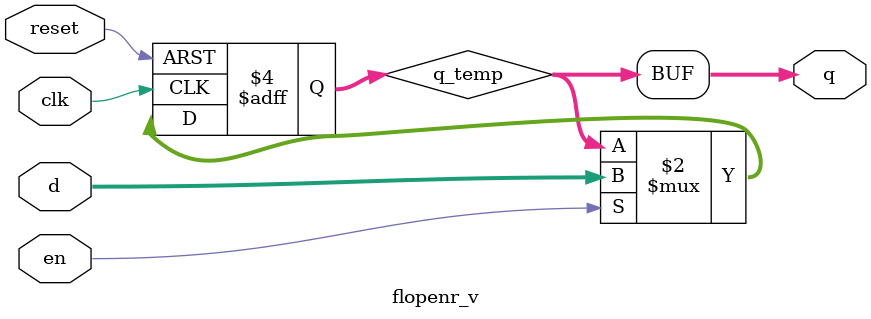
<source format=v>
`timescale 1ns / 1ps
module flopenr_v(clk, reset, en, d, q);
parameter WIDTH = 8;

input wire clk;
input wire reset;
input wire en;
input wire [WIDTH-1:0] d;
output wire [WIDTH-1:0] q;

reg [WIDTH-1:0] q_temp;
always@(negedge clk, posedge reset) begin
	if(reset) q_temp <= {WIDTH{1'b1}};
	else if(en) q_temp <= d;
end
assign q = q_temp;
endmodule

</source>
